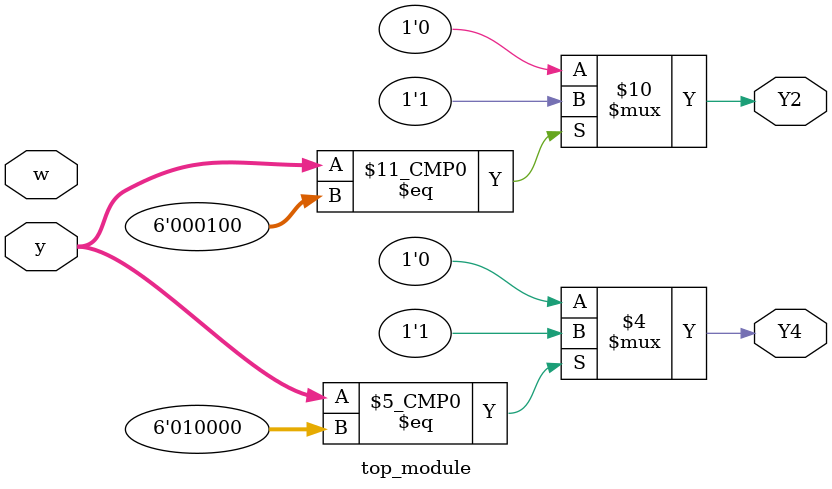
<source format=sv>
module top_module (
    input [6:1] y,
    input w,
    output reg Y2,
    output reg Y4
);

    always @* begin
        case(y)
            6'b000001: begin
                Y2 = 1'b0;
                Y4 = 1'b0;
            end
            6'b000010: begin
                Y2 = 1'b0;
                Y4 = 1'b0;
            end
            6'b000100: begin
                Y2 = 1'b1;
                Y4 = 1'b0;
            end
            6'b001000: begin
                Y2 = 1'b0;
                Y4 = 1'b0;
            end
            6'b010000: begin
                Y2 = 1'b0;
                Y4 = 1'b1;
            end
            6'b100000: begin
                Y2 = 1'b0;
                Y4 = 1'b0;
            end
            default: begin
                Y2 = 1'b0;
                Y4 = 1'b0;
            end
        endcase
    end

endmodule

</source>
